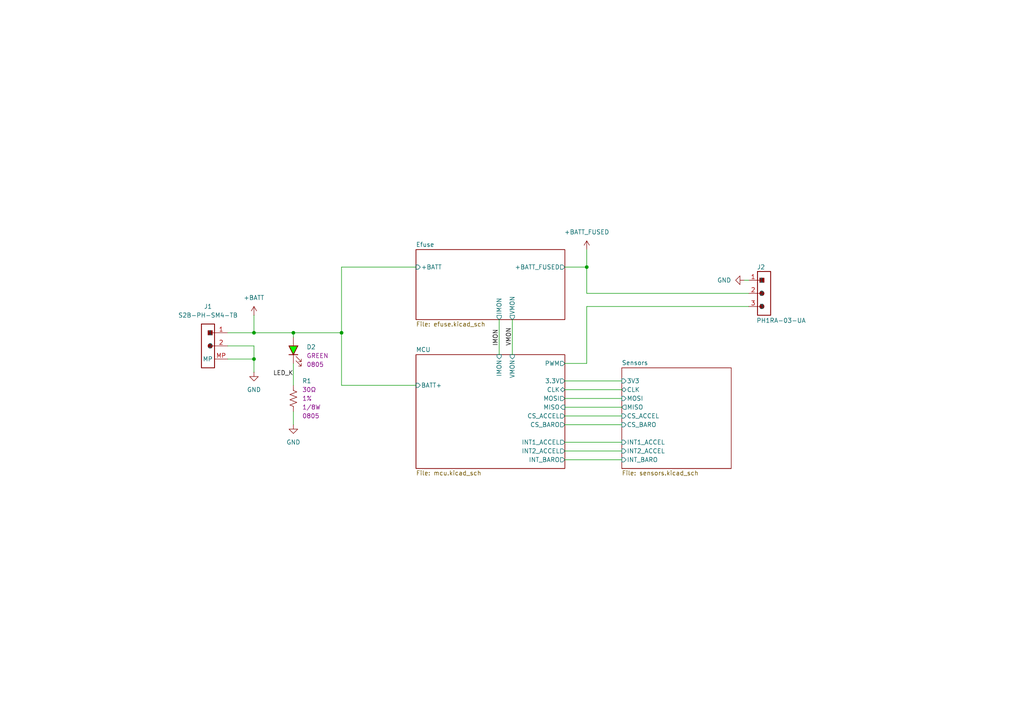
<source format=kicad_sch>
(kicad_sch (version 20231120) (generator "eeschema") (generator_version "8.0")
  (paper "A4")
  (title_block (title "Radillon") (date "2025-01-29") (rev "1"))
  (lib_symbols
    (symbol "Connector:Conn-1x03-2.54mm-RA_PH1RA-03-UA"
      (property "Reference" "J" (at 0.508 7.366 0))
      (property "Value" "PH1RA-03-UA" (at 6.858 -7.874 0))
      (symbol "Conn-1x03-2.54mm-RA_PH1RA-03-UA_0_1"
        (rectangle (start 0 6.35) (end 3.81 -6.35) (stroke (width 0.254)))
      )
      (symbol "Conn-1x03-2.54mm-RA_PH1RA-03-UA_1_1"
        (polyline (pts (xy 3.81 -3.81) (xy 2.54 -3.81)))
        (polyline (pts (xy 3.81 0) (xy 2.54 0)))
        (polyline (pts (xy 3.81 3.81) (xy 2.54 3.81)))
        (rectangle (start 1.905 4.445) (end 3.175 3.175) (fill (type outline)))
        (circle (center 2.54 -3.81) (radius 0.635) (fill (type outline)))
        (circle (center 2.54 0) (radius 0.635) (fill (type outline)))
        (pin passive line (at 6.35 3.81 180) (length 2.54) (name "1") (number "1"))
        (pin passive line (at 6.35 0 180) (length 2.54) (name "2") (number "2"))
        (pin passive line (at 6.35 -3.81 180) (length 2.54) (name "3") (number "3"))
      )
    )
    (symbol "Connector:JST-PH_S2B-PH-SM4-TB"
      (property "Reference" "J" (at 0.508 4.826 0))
      (property "Value" "S2B-PH-SM4-TB" (at 7.366 -10.414 0))
      (symbol "JST-PH_S2B-PH-SM4-TB_0_1"
        (rectangle (start 0 3.81) (end 3.81 -8.89) (stroke (width 0.254)))
      )
      (symbol "JST-PH_S2B-PH-SM4-TB_1_1"
        (polyline (pts (xy 3.81 -2.54) (xy 2.54 -2.54)))
        (polyline (pts (xy 3.81 1.27) (xy 2.54 1.27)))
        (rectangle (start 1.905 1.905) (end 3.175 0.635) (fill (type outline)))
        (circle (center 2.54 -2.54) (radius 0.635) (fill (type outline)))
        (pin passive line (at 7.62 1.27 180) (length 3.81) (name "1") (number "1"))
        (pin passive line (at 7.62 -2.54 180) (length 3.81) (name "2") (number "2"))
        (pin passive line (at 7.62 -6.35 180) (length 3.81) (name "MP") (number "MP"))
      )
    )
    (symbol "LED:150080GS75000" (pin_numbers hide) (pin_names (offset 1.016) hide)
      (property "Reference" "D" (at 0 2.54 0))
      (property "Color" "GREEN" (at -1.27 -5.08 0))
      (property "Package" "0805" (at -1.27 -3.048 0))
      (symbol "150080GS75000_0_1"
        (polyline (pts (xy -1.27 -1.27) (xy -1.27 1.27)) (stroke (width 0.254)))
        (polyline (pts (xy -3.048 -0.762) (xy -4.572 -2.286) (xy -3.81 -2.286) (xy -4.572 -2.286) (xy -4.572 -1.524)))
        (polyline (pts (xy -1.778 -0.762) (xy -3.302 -2.286) (xy -2.54 -2.286) (xy -3.302 -2.286) (xy -3.302 -1.524)))
      )
      (symbol "150080GS75000_1_1"
        (polyline (pts (xy 1.27 -1.27) (xy 1.27 1.27) (xy -1.27 0) (xy 1.27 -1.27)) (stroke (width 0.254)) (fill (type color) (color 0 255 0 1)))
        (pin passive line (at -3.81 0 0) (length 2.54) (name "K") (number "1"))
        (pin passive line (at 3.81 0 180) (length 2.54) (name "A") (number "2"))
      )
    )
    (symbol "Resistors:RC0805FR-0730RL" (pin_numbers hide) (pin_names (offset 1.016) hide)
      (property "Reference" "R" (at 2.54 3.556 0))
      (property "Resistance" "30Ω" (at 2.54 2.032 0))
      (property "Tolerance" "1%" (at 2.54 0 0))
      (property "Power" "1/8W" (at 2.54 -2.032 0))
      (property "Package" "0805" (at 2.54 -4.064 0))
      (symbol "RC0805FR-0730RL_0_1"
        (polyline (pts (xy 0 -2.286) (xy 0 -2.54)))
        (polyline (pts (xy 0 2.286) (xy 0 2.54)))
        (polyline (pts (xy 0 -0.762) (xy 1.016 -1.143) (xy 0 -1.524) (xy -1.016 -1.905) (xy 0 -2.286)))
        (polyline (pts (xy 0 0.762) (xy 1.016 0.381) (xy 0 0) (xy -1.016 -0.381) (xy 0 -0.762)))
        (polyline (pts (xy 0 2.286) (xy 1.016 1.905) (xy 0 1.524) (xy -1.016 1.143) (xy 0 0.762)))
      )
      (symbol "RC0805FR-0730RL_1_1"
        (pin passive line (at 0 3.81 270) (length 1.27) (name "~") (number "1"))
        (pin passive line (at 0 -3.81 90) (length 1.27) (name "~") (number "2"))
      )
    )
    (symbol "power:+BATT" (power) (pin_numbers hide) (pin_names (offset 0) hide)
      (property "Value" "+BATT" (at 0 3.556 0))
      (symbol "+BATT_0_1"
        (polyline (pts (xy -0.762 1.27) (xy 0 2.54)))
        (polyline (pts (xy 0 0) (xy 0 2.54)))
        (polyline (pts (xy 0 2.54) (xy 0.762 1.27)))
      )
      (symbol "+BATT_1_1"
        (pin power_in line (at 0 0 90) (length 0) (name "~") (number "1"))
      )
    )
    (symbol "power:+BATT_FUSED" (power) (pin_numbers hide) (pin_names (offset 0) hide)
      (property "Value" "+BATT_FUSED" (at 0 3.556 0))
      (symbol "+BATT_FUSED_0_1"
        (polyline (pts (xy -0.762 1.27) (xy 0 2.54)))
        (polyline (pts (xy 0 0) (xy 0 2.54)))
        (polyline (pts (xy 0 2.54) (xy 0.762 1.27)))
      )
      (symbol "+BATT_FUSED_1_1"
        (pin power_in line (at 0 0 90) (length 0) (name "~") (number "1"))
      )
    )
    (symbol "power:GND" (power) (pin_numbers hide) (pin_names (offset 0) hide)
      (property "Value" "GND" (at 0 -3.81 0))
      (symbol "GND_0_1"
        (polyline (pts (xy 0 0) (xy 0 -1.27) (xy 1.27 -1.27) (xy 0 -2.54) (xy -1.27 -1.27) (xy 0 -1.27)))
      )
      (symbol "GND_1_1"
        (pin power_in line (at 0 0 270) (length 0) (name "~") (number "1"))
      )
    )
  )
  (junction (at 73.66 104.14))
  (junction (at 73.66 96.52))
  (junction (at 99.06 96.52))
  (junction (at 85.09 96.52))
  (junction (at 170.18 77.47))
  (wire (pts (xy 73.66 104.14) (xy 73.66 100.33)))
  (wire (pts (xy 66.04 104.14) (xy 73.66 104.14)))
  (wire (pts (xy 170.18 105.41) (xy 170.18 88.9)))
  (wire (pts (xy 215.9 81.28) (xy 217.17 81.28)))
  (wire (pts (xy 170.18 88.9) (xy 217.17 88.9)))
  (wire (pts (xy 163.83 77.47) (xy 170.18 77.47)))
  (wire (pts (xy 85.09 96.52) (xy 85.09 97.79)))
  (wire (pts (xy 73.66 100.33) (xy 66.04 100.33)))
  (wire (pts (xy 170.18 77.47) (xy 170.18 85.09)))
  (wire (pts (xy 163.83 105.41) (xy 170.18 105.41)))
  (wire (pts (xy 170.18 72.39) (xy 170.18 77.47)))
  (wire (pts (xy 148.59 92.71) (xy 148.59 102.87)))
  (wire (pts (xy 163.83 133.35) (xy 180.34 133.35)))
  (wire (pts (xy 99.06 96.52) (xy 99.06 111.76)))
  (wire (pts (xy 170.18 85.09) (xy 217.17 85.09)))
  (wire (pts (xy 85.09 96.52) (xy 99.06 96.52)))
  (wire (pts (xy 163.83 128.27) (xy 180.34 128.27)))
  (wire (pts (xy 163.83 120.65) (xy 180.34 120.65)))
  (wire (pts (xy 163.83 115.57) (xy 180.34 115.57)))
  (wire (pts (xy 144.78 92.71) (xy 144.78 102.87)))
  (wire (pts (xy 163.83 113.03) (xy 180.34 113.03)))
  (wire (pts (xy 73.66 96.52) (xy 66.04 96.52)))
  (wire (pts (xy 163.83 123.19) (xy 180.34 123.19)))
  (wire (pts (xy 85.09 105.41) (xy 85.09 111.76)))
  (wire (pts (xy 73.66 91.44) (xy 73.66 96.52)))
  (wire (pts (xy 163.83 110.49) (xy 180.34 110.49)))
  (wire (pts (xy 99.06 111.76) (xy 120.65 111.76)))
  (wire (pts (xy 85.09 123.19) (xy 85.09 119.38)))
  (wire (pts (xy 163.83 118.11) (xy 180.34 118.11)))
  (wire (pts (xy 73.66 107.95) (xy 73.66 104.14)))
  (wire (pts (xy 73.66 96.52) (xy 85.09 96.52)))
  (wire (pts (xy 99.06 77.47) (xy 99.06 96.52)))
  (wire (pts (xy 120.65 77.47) (xy 99.06 77.47)))
  (wire (pts (xy 163.83 130.81) (xy 180.34 130.81)))
  (label "IMON" (at 144.78 100.33 90))
  (label "LED_K" (at 85.09 109.22 180))
  (label "VMON" (at 148.59 100.33 90))
  (symbol (lib_id "Resistors:RC0805FR-0730RL") (at 85.09 115.57 0) (unit 1)
    (property "Reference" "R1" (at 87.63 110.4899 0) (effects (justify left)))
    (property "Value" "RC0805FR-0730RL" (effects (hide yes)))
    (property "Footprint" "Resistor_SMD:R_0805_2012Metric_Pad1.20x1.40mm_HandSolder" (effects (hide yes)))
    (property "Description" "RES 30 OHM 1% 1/8W 0805" (effects (hide yes)))
    (property "MANUFACTURER" "YAGEO" (effects (hide yes)))
    (property "Resistance" "30Ω" (at 87.63 113.0299 0) (effects (justify left)))
    (property "Tolerance" "1%" (at 87.63 115.5699 0) (effects (justify left)))
    (property "Power" "1/8W" (at 87.63 118.1099 0) (effects (justify left)))
    (property "Package" "0805" (at 87.63 120.6499 0) (effects (justify left)))
  )
  (symbol (lib_id "LED:150080GS75000") (at 85.09 101.6 90) (unit 1)
    (property "Reference" "D2" (at 88.9 100.6474 90) (effects (justify right)))
    (property "Value" "150080GS75000" (effects (hide yes)))
    (property "Footprint" "LED_SMD:LED_0805_2012Metric_Pad1.15x1.40mm_HandSolder" (effects (hide yes)))
    (property "Description" "LED GREEN CLEAR 0805 SMD" (effects (hide yes)))
    (property "Color" "GREEN" (at 88.9 103.1874 90) (effects (justify right)))
    (property "Package" "0805" (at 88.9 105.7274 90) (effects (justify right)))
  )
  (symbol (lib_id "power:+BATT") (at 73.66 91.44 0) (unit 1)
    (property "Reference" "#PWR01" (effects (hide yes)))
    (property "Value" "+BATT" (at 73.66 86.36 0))
    (property "Description" "Power symbol creates a global label with name \"+BATT\"" (effects (hide yes)))
  )
  (symbol (lib_id "Connector:JST-PH_S2B-PH-SM4-TB") (at 58.42 97.79 0) (unit 1)
    (property "Reference" "J1" (at 60.325 88.9 0))
    (property "Value" "S2B-PH-SM4-TB" (at 60.325 91.44 0))
    (property "Footprint" "Connector_JST:JST_PH_S2B-PH-SM4-TB_1x02-1MP_P2.00mm_Horizontal" (effects (hide yes)))
    (property "Description" "CONN HEADER SMD R/A 2POS 2MM" (effects (hide yes)))
  )
  (symbol (lib_id "power:GND") (at 85.09 123.19 0) (unit 1)
    (property "Reference" "#PWR033" (effects (hide yes)))
    (property "Value" "GND" (at 85.09 128.27 0))
    (property "Description" "Power symbol creates a global label with name \"GND\" , ground" (effects (hide yes)))
  )
  (symbol (lib_id "power:GND") (at 215.9 81.28 270) (unit 1)
    (property "Reference" "#PWR027" (effects (hide yes)))
    (property "Value" "GND" (at 212.09 81.2799 90) (effects (justify right)))
    (property "Description" "Power symbol creates a global label with name \"GND\" , ground" (effects (hide yes)))
  )
  (symbol (lib_id "power:+BATT_FUSED") (at 170.18 72.39 0) (unit 1)
    (property "Reference" "#PWR028" (effects (hide yes)))
    (property "Value" "+BATT_FUSED" (at 170.18 67.31 0))
  )
  (symbol (lib_id "Connector:Conn-1x03-2.54mm-RA_PH1RA-03-UA") (at 223.52 85.09 0) (mirror y) (unit 1)
    (property "Reference" "J2" (at 220.726 77.47 0))
    (property "Value" "PH1RA-03-UA" (at 226.568 92.964 0))
    (property "Footprint" "Connector_PinHeader_2.54mm:PinHeader_1x03_P2.54mm_Horizontal" (effects (hide yes)))
    (property "Description" "CONN HEADER R/A 3POS 2.54MM" (effects (hide yes)))
  )
  (symbol (lib_id "power:GND") (at 73.66 107.95 0) (unit 1)
    (property "Reference" "#PWR02" (effects (hide yes)))
    (property "Value" "GND" (at 73.66 113.03 0))
    (property "Description" "Power symbol creates a global label with name \"GND\" , ground" (effects (hide yes)))
  )
  (sheet (at 180.34 106.68) (size 31.75 29.21) (stroke (width 0.1524))
    (property "Sheetname" "Sensors" (at 180.34 105.9684 0) (effects (justify left bottom)))
    (property "Sheetfile" "sensors.kicad_sch" (at 180.34 136.4746 0) (effects (justify left top)))
    (pin "MISO" output (at 180.34 118.11 180))
    (pin "CS_ACCEL" input (at 180.34 120.65 180))
    (pin "MOSI" input (at 180.34 115.57 180))
    (pin "CLK" bidirectional (at 180.34 113.03 180))
    (pin "CS_BARO" input (at 180.34 123.19 180))
    (pin "3V3" input (at 180.34 110.49 180))
    (pin "INT_BARO" input (at 180.34 133.35 180))
    (pin "INT2_ACCEL" input (at 180.34 130.81 180))
    (pin "INT1_ACCEL" input (at 180.34 128.27 180))
  )
  (sheet (at 120.65 72.39) (size 43.18 20.32) (stroke (width 0.1524))
    (property "Sheetname" "Efuse" (at 120.65 71.6784 0) (effects (justify left bottom)))
    (property "Sheetfile" "efuse.kicad_sch" (at 120.65 93.2946 0) (effects (justify left top)))
    (pin "VMON" output (at 148.59 92.71 270))
    (pin "+BATT" input (at 120.65 77.47 180))
    (pin "IMON" output (at 144.78 92.71 270))
    (pin "+BATT_FUSED" output (at 163.83 77.47 0))
  )
  (sheet (at 120.65 102.87) (size 43.18 33.02) (stroke (width 0.1524))
    (property "Sheetname" "MCU" (at 120.65 102.1584 0) (effects (justify left bottom)))
    (property "Sheetfile" "mcu.kicad_sch" (at 120.65 136.4746 0) (effects (justify left top)))
    (pin "IMON" input (at 144.78 102.87 90))
    (pin "VMON" input (at 148.59 102.87 90))
    (pin "BATT+" input (at 120.65 111.76 180))
    (pin "CS_BARO" output (at 163.83 123.19 0))
    (pin "CS_ACCEL" output (at 163.83 120.65 0))
    (pin "3.3V" output (at 163.83 110.49 0))
    (pin "MISO" input (at 163.83 118.11 0))
    (pin "CLK" bidirectional (at 163.83 113.03 0))
    (pin "MOSI" output (at 163.83 115.57 0))
    (pin "PWM" output (at 163.83 105.41 0))
    (pin "INT_BARO" output (at 163.83 133.35 0))
    (pin "INT1_ACCEL" output (at 163.83 128.27 0))
    (pin "INT2_ACCEL" output (at 163.83 130.81 0))
  )
)
</source>
